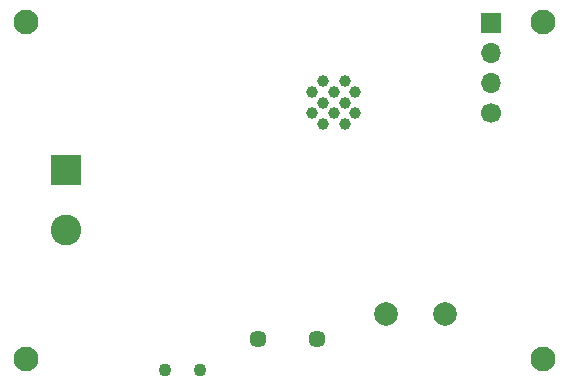
<source format=gbs>
G04 #@! TF.GenerationSoftware,KiCad,Pcbnew,(5.1.9)-1*
G04 #@! TF.CreationDate,2021-04-12T15:12:27+02:00*
G04 #@! TF.ProjectId,eerste_versie,65657273-7465-45f7-9665-727369652e6b,rev?*
G04 #@! TF.SameCoordinates,Original*
G04 #@! TF.FileFunction,Soldermask,Bot*
G04 #@! TF.FilePolarity,Negative*
%FSLAX46Y46*%
G04 Gerber Fmt 4.6, Leading zero omitted, Abs format (unit mm)*
G04 Created by KiCad (PCBNEW (5.1.9)-1) date 2021-04-12 15:12:27*
%MOMM*%
%LPD*%
G01*
G04 APERTURE LIST*
%ADD10C,1.102360*%
%ADD11R,2.600000X2.600000*%
%ADD12C,2.600000*%
%ADD13R,1.700000X1.700000*%
%ADD14O,1.700000X1.700000*%
%ADD15C,1.700000*%
%ADD16C,1.450000*%
%ADD17C,2.100000*%
%ADD18C,2.000000*%
%ADD19C,1.000000*%
G04 APERTURE END LIST*
D10*
X124802900Y-136842500D03*
X127800100Y-136842500D03*
D11*
X116459000Y-119888000D03*
D12*
X116459000Y-124968000D03*
D13*
X152400000Y-107410000D03*
D14*
X152400000Y-109950000D03*
X152400000Y-112490000D03*
D15*
X152400000Y-115030000D03*
D16*
X137653400Y-134155200D03*
X132653400Y-134155200D03*
D17*
X156845000Y-135890000D03*
X113030000Y-107315000D03*
X156845000Y-107315000D03*
X113030000Y-135890000D03*
D18*
X148550000Y-132080000D03*
X143550000Y-132080000D03*
D19*
X139090000Y-113262500D03*
X137255000Y-113262500D03*
X140925000Y-113262500D03*
X137255000Y-115097500D03*
X139090000Y-115097500D03*
X140925000Y-115097500D03*
X138172500Y-114180000D03*
X140007500Y-114180000D03*
X138172500Y-112345000D03*
X140007500Y-112345000D03*
X138172500Y-116015000D03*
X140007500Y-116015000D03*
M02*

</source>
